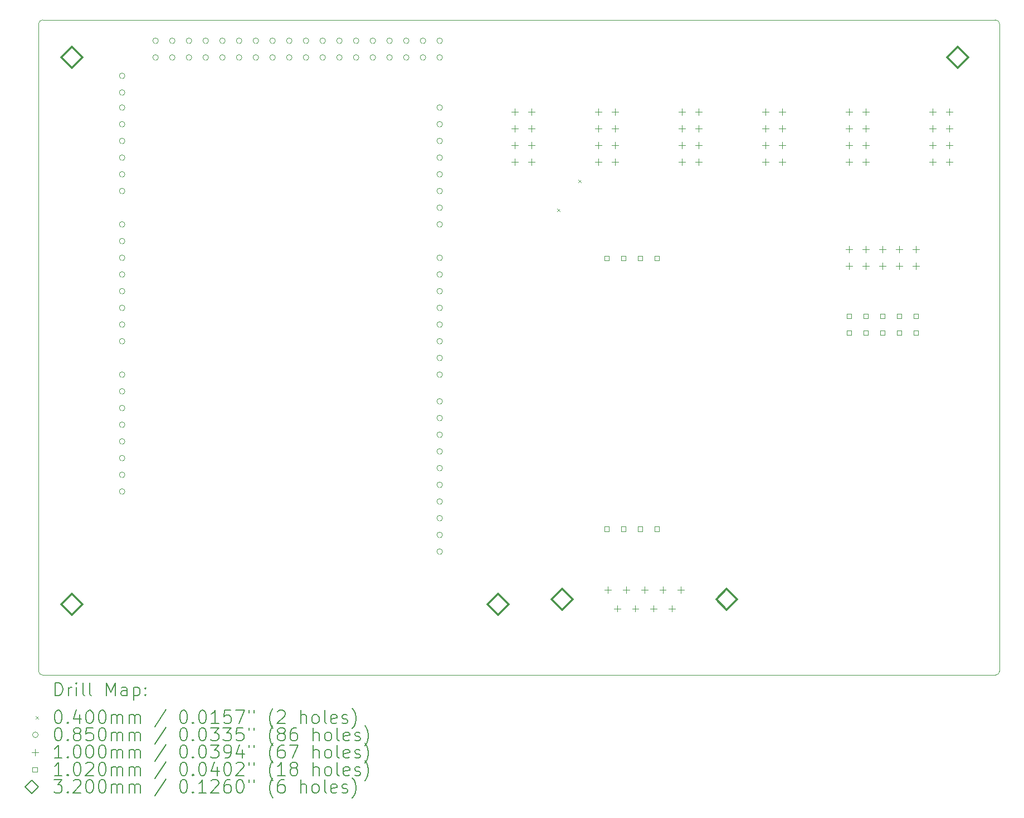
<source format=gbr>
%TF.GenerationSoftware,KiCad,Pcbnew,6.0.9-8da3e8f707~116~ubuntu20.04.1*%
%TF.CreationDate,2023-03-28T15:30:48+02:00*%
%TF.ProjectId,six_to_six_control,7369785f-746f-45f7-9369-785f636f6e74,rev?*%
%TF.SameCoordinates,Original*%
%TF.FileFunction,Drillmap*%
%TF.FilePolarity,Positive*%
%FSLAX45Y45*%
G04 Gerber Fmt 4.5, Leading zero omitted, Abs format (unit mm)*
G04 Created by KiCad (PCBNEW 6.0.9-8da3e8f707~116~ubuntu20.04.1) date 2023-03-28 15:30:48*
%MOMM*%
%LPD*%
G01*
G04 APERTURE LIST*
%ADD10C,0.100000*%
%ADD11C,0.200000*%
%ADD12C,0.040000*%
%ADD13C,0.085000*%
%ADD14C,0.102000*%
%ADD15C,0.320000*%
G04 APERTURE END LIST*
D10*
X7683500Y-13906500D02*
X22161500Y-13906500D01*
X7620000Y-4000500D02*
X7620000Y-13843000D01*
X22161500Y-3937000D02*
X7683500Y-3937000D01*
X22225000Y-13843000D02*
X22225000Y-4000500D01*
X22161500Y-13906500D02*
G75*
G03*
X22225000Y-13843000I0J63500D01*
G01*
X7620000Y-13843000D02*
G75*
G03*
X7683500Y-13906500I63500J0D01*
G01*
X7683500Y-3937000D02*
G75*
G03*
X7620000Y-4000500I0J-63500D01*
G01*
X22225000Y-4000500D02*
G75*
G03*
X22161500Y-3937000I-63500J0D01*
G01*
D11*
D12*
X15502540Y-6808690D02*
X15542540Y-6848690D01*
X15542540Y-6808690D02*
X15502540Y-6848690D01*
X15825540Y-6369690D02*
X15865540Y-6409690D01*
X15865540Y-6369690D02*
X15825540Y-6409690D01*
D13*
X8932500Y-4787900D02*
G75*
G03*
X8932500Y-4787900I-42500J0D01*
G01*
X8932500Y-5041900D02*
G75*
G03*
X8932500Y-5041900I-42500J0D01*
G01*
X8932500Y-5270500D02*
G75*
G03*
X8932500Y-5270500I-42500J0D01*
G01*
X8932500Y-5524500D02*
G75*
G03*
X8932500Y-5524500I-42500J0D01*
G01*
X8932500Y-5778500D02*
G75*
G03*
X8932500Y-5778500I-42500J0D01*
G01*
X8932500Y-6032500D02*
G75*
G03*
X8932500Y-6032500I-42500J0D01*
G01*
X8932500Y-6286500D02*
G75*
G03*
X8932500Y-6286500I-42500J0D01*
G01*
X8932500Y-6540500D02*
G75*
G03*
X8932500Y-6540500I-42500J0D01*
G01*
X8932500Y-7048500D02*
G75*
G03*
X8932500Y-7048500I-42500J0D01*
G01*
X8932500Y-7302500D02*
G75*
G03*
X8932500Y-7302500I-42500J0D01*
G01*
X8932500Y-7556500D02*
G75*
G03*
X8932500Y-7556500I-42500J0D01*
G01*
X8932500Y-7810500D02*
G75*
G03*
X8932500Y-7810500I-42500J0D01*
G01*
X8932500Y-8064500D02*
G75*
G03*
X8932500Y-8064500I-42500J0D01*
G01*
X8932500Y-8318500D02*
G75*
G03*
X8932500Y-8318500I-42500J0D01*
G01*
X8932500Y-8572500D02*
G75*
G03*
X8932500Y-8572500I-42500J0D01*
G01*
X8932500Y-8826500D02*
G75*
G03*
X8932500Y-8826500I-42500J0D01*
G01*
X8932500Y-9334500D02*
G75*
G03*
X8932500Y-9334500I-42500J0D01*
G01*
X8932500Y-9588500D02*
G75*
G03*
X8932500Y-9588500I-42500J0D01*
G01*
X8932500Y-9842500D02*
G75*
G03*
X8932500Y-9842500I-42500J0D01*
G01*
X8932500Y-10096500D02*
G75*
G03*
X8932500Y-10096500I-42500J0D01*
G01*
X8932500Y-10350500D02*
G75*
G03*
X8932500Y-10350500I-42500J0D01*
G01*
X8932500Y-10604500D02*
G75*
G03*
X8932500Y-10604500I-42500J0D01*
G01*
X8932500Y-10858500D02*
G75*
G03*
X8932500Y-10858500I-42500J0D01*
G01*
X8932500Y-11112500D02*
G75*
G03*
X8932500Y-11112500I-42500J0D01*
G01*
X9440500Y-4254500D02*
G75*
G03*
X9440500Y-4254500I-42500J0D01*
G01*
X9440500Y-4508500D02*
G75*
G03*
X9440500Y-4508500I-42500J0D01*
G01*
X9694500Y-4254500D02*
G75*
G03*
X9694500Y-4254500I-42500J0D01*
G01*
X9694500Y-4508500D02*
G75*
G03*
X9694500Y-4508500I-42500J0D01*
G01*
X9948500Y-4254500D02*
G75*
G03*
X9948500Y-4254500I-42500J0D01*
G01*
X9948500Y-4508500D02*
G75*
G03*
X9948500Y-4508500I-42500J0D01*
G01*
X10202500Y-4254500D02*
G75*
G03*
X10202500Y-4254500I-42500J0D01*
G01*
X10202500Y-4508500D02*
G75*
G03*
X10202500Y-4508500I-42500J0D01*
G01*
X10456500Y-4254500D02*
G75*
G03*
X10456500Y-4254500I-42500J0D01*
G01*
X10456500Y-4508500D02*
G75*
G03*
X10456500Y-4508500I-42500J0D01*
G01*
X10710500Y-4254500D02*
G75*
G03*
X10710500Y-4254500I-42500J0D01*
G01*
X10710500Y-4508500D02*
G75*
G03*
X10710500Y-4508500I-42500J0D01*
G01*
X10964500Y-4254500D02*
G75*
G03*
X10964500Y-4254500I-42500J0D01*
G01*
X10964500Y-4508500D02*
G75*
G03*
X10964500Y-4508500I-42500J0D01*
G01*
X11218500Y-4254500D02*
G75*
G03*
X11218500Y-4254500I-42500J0D01*
G01*
X11218500Y-4508500D02*
G75*
G03*
X11218500Y-4508500I-42500J0D01*
G01*
X11472500Y-4254500D02*
G75*
G03*
X11472500Y-4254500I-42500J0D01*
G01*
X11472500Y-4508500D02*
G75*
G03*
X11472500Y-4508500I-42500J0D01*
G01*
X11726500Y-4254500D02*
G75*
G03*
X11726500Y-4254500I-42500J0D01*
G01*
X11726500Y-4508500D02*
G75*
G03*
X11726500Y-4508500I-42500J0D01*
G01*
X11980500Y-4254500D02*
G75*
G03*
X11980500Y-4254500I-42500J0D01*
G01*
X11980500Y-4508500D02*
G75*
G03*
X11980500Y-4508500I-42500J0D01*
G01*
X12234500Y-4254500D02*
G75*
G03*
X12234500Y-4254500I-42500J0D01*
G01*
X12234500Y-4508500D02*
G75*
G03*
X12234500Y-4508500I-42500J0D01*
G01*
X12488500Y-4254500D02*
G75*
G03*
X12488500Y-4254500I-42500J0D01*
G01*
X12488500Y-4508500D02*
G75*
G03*
X12488500Y-4508500I-42500J0D01*
G01*
X12742500Y-4254500D02*
G75*
G03*
X12742500Y-4254500I-42500J0D01*
G01*
X12742500Y-4508500D02*
G75*
G03*
X12742500Y-4508500I-42500J0D01*
G01*
X12996500Y-4254500D02*
G75*
G03*
X12996500Y-4254500I-42500J0D01*
G01*
X12996500Y-4508500D02*
G75*
G03*
X12996500Y-4508500I-42500J0D01*
G01*
X13250500Y-4254500D02*
G75*
G03*
X13250500Y-4254500I-42500J0D01*
G01*
X13250500Y-4508500D02*
G75*
G03*
X13250500Y-4508500I-42500J0D01*
G01*
X13504500Y-4254500D02*
G75*
G03*
X13504500Y-4254500I-42500J0D01*
G01*
X13504500Y-4508500D02*
G75*
G03*
X13504500Y-4508500I-42500J0D01*
G01*
X13758500Y-4254500D02*
G75*
G03*
X13758500Y-4254500I-42500J0D01*
G01*
X13758500Y-4508500D02*
G75*
G03*
X13758500Y-4508500I-42500J0D01*
G01*
X13758500Y-5270500D02*
G75*
G03*
X13758500Y-5270500I-42500J0D01*
G01*
X13758500Y-5524500D02*
G75*
G03*
X13758500Y-5524500I-42500J0D01*
G01*
X13758500Y-5778500D02*
G75*
G03*
X13758500Y-5778500I-42500J0D01*
G01*
X13758500Y-6032500D02*
G75*
G03*
X13758500Y-6032500I-42500J0D01*
G01*
X13758500Y-6286500D02*
G75*
G03*
X13758500Y-6286500I-42500J0D01*
G01*
X13758500Y-6540500D02*
G75*
G03*
X13758500Y-6540500I-42500J0D01*
G01*
X13758500Y-6794500D02*
G75*
G03*
X13758500Y-6794500I-42500J0D01*
G01*
X13758500Y-7048500D02*
G75*
G03*
X13758500Y-7048500I-42500J0D01*
G01*
X13758500Y-7556500D02*
G75*
G03*
X13758500Y-7556500I-42500J0D01*
G01*
X13758500Y-7810500D02*
G75*
G03*
X13758500Y-7810500I-42500J0D01*
G01*
X13758500Y-8064500D02*
G75*
G03*
X13758500Y-8064500I-42500J0D01*
G01*
X13758500Y-8318500D02*
G75*
G03*
X13758500Y-8318500I-42500J0D01*
G01*
X13758500Y-8572500D02*
G75*
G03*
X13758500Y-8572500I-42500J0D01*
G01*
X13758500Y-8826500D02*
G75*
G03*
X13758500Y-8826500I-42500J0D01*
G01*
X13758500Y-9080500D02*
G75*
G03*
X13758500Y-9080500I-42500J0D01*
G01*
X13758500Y-9334500D02*
G75*
G03*
X13758500Y-9334500I-42500J0D01*
G01*
X13758500Y-9740900D02*
G75*
G03*
X13758500Y-9740900I-42500J0D01*
G01*
X13758500Y-9994900D02*
G75*
G03*
X13758500Y-9994900I-42500J0D01*
G01*
X13758500Y-10248900D02*
G75*
G03*
X13758500Y-10248900I-42500J0D01*
G01*
X13758500Y-10502900D02*
G75*
G03*
X13758500Y-10502900I-42500J0D01*
G01*
X13758500Y-10756900D02*
G75*
G03*
X13758500Y-10756900I-42500J0D01*
G01*
X13758500Y-11010900D02*
G75*
G03*
X13758500Y-11010900I-42500J0D01*
G01*
X13758500Y-11264900D02*
G75*
G03*
X13758500Y-11264900I-42500J0D01*
G01*
X13758500Y-11518900D02*
G75*
G03*
X13758500Y-11518900I-42500J0D01*
G01*
X13758500Y-11772900D02*
G75*
G03*
X13758500Y-11772900I-42500J0D01*
G01*
X13758500Y-12026900D02*
G75*
G03*
X13758500Y-12026900I-42500J0D01*
G01*
D10*
X14859000Y-5284000D02*
X14859000Y-5384000D01*
X14809000Y-5334000D02*
X14909000Y-5334000D01*
X14859000Y-5538000D02*
X14859000Y-5638000D01*
X14809000Y-5588000D02*
X14909000Y-5588000D01*
X14859000Y-5792000D02*
X14859000Y-5892000D01*
X14809000Y-5842000D02*
X14909000Y-5842000D01*
X14859000Y-6046000D02*
X14859000Y-6146000D01*
X14809000Y-6096000D02*
X14909000Y-6096000D01*
X15113000Y-5284000D02*
X15113000Y-5384000D01*
X15063000Y-5334000D02*
X15163000Y-5334000D01*
X15113000Y-5538000D02*
X15113000Y-5638000D01*
X15063000Y-5588000D02*
X15163000Y-5588000D01*
X15113000Y-5792000D02*
X15113000Y-5892000D01*
X15063000Y-5842000D02*
X15163000Y-5842000D01*
X15113000Y-6046000D02*
X15113000Y-6146000D01*
X15063000Y-6096000D02*
X15163000Y-6096000D01*
X16129000Y-5284000D02*
X16129000Y-5384000D01*
X16079000Y-5334000D02*
X16179000Y-5334000D01*
X16129000Y-5538000D02*
X16129000Y-5638000D01*
X16079000Y-5588000D02*
X16179000Y-5588000D01*
X16129000Y-5792000D02*
X16129000Y-5892000D01*
X16079000Y-5842000D02*
X16179000Y-5842000D01*
X16129000Y-6046000D02*
X16129000Y-6146000D01*
X16079000Y-6096000D02*
X16179000Y-6096000D01*
X16274500Y-12558970D02*
X16274500Y-12658970D01*
X16224500Y-12608970D02*
X16324500Y-12608970D01*
X16383000Y-5284000D02*
X16383000Y-5384000D01*
X16333000Y-5334000D02*
X16433000Y-5334000D01*
X16383000Y-5538000D02*
X16383000Y-5638000D01*
X16333000Y-5588000D02*
X16433000Y-5588000D01*
X16383000Y-5792000D02*
X16383000Y-5892000D01*
X16333000Y-5842000D02*
X16433000Y-5842000D01*
X16383000Y-6046000D02*
X16383000Y-6146000D01*
X16333000Y-6096000D02*
X16433000Y-6096000D01*
X16413000Y-12842970D02*
X16413000Y-12942970D01*
X16363000Y-12892970D02*
X16463000Y-12892970D01*
X16551500Y-12558970D02*
X16551500Y-12658970D01*
X16501500Y-12608970D02*
X16601500Y-12608970D01*
X16690000Y-12842970D02*
X16690000Y-12942970D01*
X16640000Y-12892970D02*
X16740000Y-12892970D01*
X16828500Y-12558970D02*
X16828500Y-12658970D01*
X16778500Y-12608970D02*
X16878500Y-12608970D01*
X16967000Y-12842970D02*
X16967000Y-12942970D01*
X16917000Y-12892970D02*
X17017000Y-12892970D01*
X17105500Y-12558970D02*
X17105500Y-12658970D01*
X17055500Y-12608970D02*
X17155500Y-12608970D01*
X17244000Y-12842970D02*
X17244000Y-12942970D01*
X17194000Y-12892970D02*
X17294000Y-12892970D01*
X17382500Y-12558970D02*
X17382500Y-12658970D01*
X17332500Y-12608970D02*
X17432500Y-12608970D01*
X17399000Y-5285000D02*
X17399000Y-5385000D01*
X17349000Y-5335000D02*
X17449000Y-5335000D01*
X17399000Y-5539000D02*
X17399000Y-5639000D01*
X17349000Y-5589000D02*
X17449000Y-5589000D01*
X17399000Y-5793000D02*
X17399000Y-5893000D01*
X17349000Y-5843000D02*
X17449000Y-5843000D01*
X17399000Y-6047000D02*
X17399000Y-6147000D01*
X17349000Y-6097000D02*
X17449000Y-6097000D01*
X17653000Y-5285000D02*
X17653000Y-5385000D01*
X17603000Y-5335000D02*
X17703000Y-5335000D01*
X17653000Y-5539000D02*
X17653000Y-5639000D01*
X17603000Y-5589000D02*
X17703000Y-5589000D01*
X17653000Y-5793000D02*
X17653000Y-5893000D01*
X17603000Y-5843000D02*
X17703000Y-5843000D01*
X17653000Y-6047000D02*
X17653000Y-6147000D01*
X17603000Y-6097000D02*
X17703000Y-6097000D01*
X18669000Y-5284000D02*
X18669000Y-5384000D01*
X18619000Y-5334000D02*
X18719000Y-5334000D01*
X18669000Y-5538000D02*
X18669000Y-5638000D01*
X18619000Y-5588000D02*
X18719000Y-5588000D01*
X18669000Y-5792000D02*
X18669000Y-5892000D01*
X18619000Y-5842000D02*
X18719000Y-5842000D01*
X18669000Y-6046000D02*
X18669000Y-6146000D01*
X18619000Y-6096000D02*
X18719000Y-6096000D01*
X18923000Y-5284000D02*
X18923000Y-5384000D01*
X18873000Y-5334000D02*
X18973000Y-5334000D01*
X18923000Y-5538000D02*
X18923000Y-5638000D01*
X18873000Y-5588000D02*
X18973000Y-5588000D01*
X18923000Y-5792000D02*
X18923000Y-5892000D01*
X18873000Y-5842000D02*
X18973000Y-5842000D01*
X18923000Y-6046000D02*
X18923000Y-6146000D01*
X18873000Y-6096000D02*
X18973000Y-6096000D01*
X19939000Y-5284000D02*
X19939000Y-5384000D01*
X19889000Y-5334000D02*
X19989000Y-5334000D01*
X19939000Y-5538000D02*
X19939000Y-5638000D01*
X19889000Y-5588000D02*
X19989000Y-5588000D01*
X19939000Y-5792000D02*
X19939000Y-5892000D01*
X19889000Y-5842000D02*
X19989000Y-5842000D01*
X19939000Y-6046000D02*
X19939000Y-6146000D01*
X19889000Y-6096000D02*
X19989000Y-6096000D01*
X19939000Y-7379500D02*
X19939000Y-7479500D01*
X19889000Y-7429500D02*
X19989000Y-7429500D01*
X19939000Y-7633500D02*
X19939000Y-7733500D01*
X19889000Y-7683500D02*
X19989000Y-7683500D01*
X20193000Y-5284000D02*
X20193000Y-5384000D01*
X20143000Y-5334000D02*
X20243000Y-5334000D01*
X20193000Y-5538000D02*
X20193000Y-5638000D01*
X20143000Y-5588000D02*
X20243000Y-5588000D01*
X20193000Y-5792000D02*
X20193000Y-5892000D01*
X20143000Y-5842000D02*
X20243000Y-5842000D01*
X20193000Y-6046000D02*
X20193000Y-6146000D01*
X20143000Y-6096000D02*
X20243000Y-6096000D01*
X20193000Y-7379500D02*
X20193000Y-7479500D01*
X20143000Y-7429500D02*
X20243000Y-7429500D01*
X20193000Y-7633500D02*
X20193000Y-7733500D01*
X20143000Y-7683500D02*
X20243000Y-7683500D01*
X20447000Y-7379500D02*
X20447000Y-7479500D01*
X20397000Y-7429500D02*
X20497000Y-7429500D01*
X20447000Y-7633500D02*
X20447000Y-7733500D01*
X20397000Y-7683500D02*
X20497000Y-7683500D01*
X20701000Y-7379500D02*
X20701000Y-7479500D01*
X20651000Y-7429500D02*
X20751000Y-7429500D01*
X20701000Y-7633500D02*
X20701000Y-7733500D01*
X20651000Y-7683500D02*
X20751000Y-7683500D01*
X20955000Y-7379500D02*
X20955000Y-7479500D01*
X20905000Y-7429500D02*
X21005000Y-7429500D01*
X20955000Y-7633500D02*
X20955000Y-7733500D01*
X20905000Y-7683500D02*
X21005000Y-7683500D01*
X21209000Y-5284000D02*
X21209000Y-5384000D01*
X21159000Y-5334000D02*
X21259000Y-5334000D01*
X21209000Y-5538000D02*
X21209000Y-5638000D01*
X21159000Y-5588000D02*
X21259000Y-5588000D01*
X21209000Y-5792000D02*
X21209000Y-5892000D01*
X21159000Y-5842000D02*
X21259000Y-5842000D01*
X21209000Y-6046000D02*
X21209000Y-6146000D01*
X21159000Y-6096000D02*
X21259000Y-6096000D01*
X21463000Y-5284000D02*
X21463000Y-5384000D01*
X21413000Y-5334000D02*
X21513000Y-5334000D01*
X21463000Y-5538000D02*
X21463000Y-5638000D01*
X21413000Y-5588000D02*
X21513000Y-5588000D01*
X21463000Y-5792000D02*
X21463000Y-5892000D01*
X21413000Y-5842000D02*
X21513000Y-5842000D01*
X21463000Y-6046000D02*
X21463000Y-6146000D01*
X21413000Y-6096000D02*
X21513000Y-6096000D01*
D14*
X16292063Y-7598213D02*
X16292063Y-7526087D01*
X16219937Y-7526087D01*
X16219937Y-7598213D01*
X16292063Y-7598213D01*
X16292063Y-11720213D02*
X16292063Y-11648087D01*
X16219937Y-11648087D01*
X16219937Y-11720213D01*
X16292063Y-11720213D01*
X16546063Y-7598213D02*
X16546063Y-7526087D01*
X16473937Y-7526087D01*
X16473937Y-7598213D01*
X16546063Y-7598213D01*
X16546063Y-11720213D02*
X16546063Y-11648087D01*
X16473937Y-11648087D01*
X16473937Y-11720213D01*
X16546063Y-11720213D01*
X16800063Y-7598213D02*
X16800063Y-7526087D01*
X16727937Y-7526087D01*
X16727937Y-7598213D01*
X16800063Y-7598213D01*
X16800063Y-11720213D02*
X16800063Y-11648087D01*
X16727937Y-11648087D01*
X16727937Y-11720213D01*
X16800063Y-11720213D01*
X17054063Y-7598213D02*
X17054063Y-7526087D01*
X16981937Y-7526087D01*
X16981937Y-7598213D01*
X17054063Y-7598213D01*
X17054063Y-11720213D02*
X17054063Y-11648087D01*
X16981937Y-11648087D01*
X16981937Y-11720213D01*
X17054063Y-11720213D01*
X19975063Y-8481563D02*
X19975063Y-8409437D01*
X19902937Y-8409437D01*
X19902937Y-8481563D01*
X19975063Y-8481563D01*
X19975063Y-8735563D02*
X19975063Y-8663437D01*
X19902937Y-8663437D01*
X19902937Y-8735563D01*
X19975063Y-8735563D01*
X20229063Y-8481563D02*
X20229063Y-8409437D01*
X20156937Y-8409437D01*
X20156937Y-8481563D01*
X20229063Y-8481563D01*
X20229063Y-8735563D02*
X20229063Y-8663437D01*
X20156937Y-8663437D01*
X20156937Y-8735563D01*
X20229063Y-8735563D01*
X20483063Y-8481563D02*
X20483063Y-8409437D01*
X20410937Y-8409437D01*
X20410937Y-8481563D01*
X20483063Y-8481563D01*
X20483063Y-8735563D02*
X20483063Y-8663437D01*
X20410937Y-8663437D01*
X20410937Y-8735563D01*
X20483063Y-8735563D01*
X20737063Y-8481563D02*
X20737063Y-8409437D01*
X20664937Y-8409437D01*
X20664937Y-8481563D01*
X20737063Y-8481563D01*
X20737063Y-8735563D02*
X20737063Y-8663437D01*
X20664937Y-8663437D01*
X20664937Y-8735563D01*
X20737063Y-8735563D01*
X20991063Y-8481563D02*
X20991063Y-8409437D01*
X20918937Y-8409437D01*
X20918937Y-8481563D01*
X20991063Y-8481563D01*
X20991063Y-8735563D02*
X20991063Y-8663437D01*
X20918937Y-8663437D01*
X20918937Y-8735563D01*
X20991063Y-8735563D01*
D15*
X8128000Y-4668500D02*
X8288000Y-4508500D01*
X8128000Y-4348500D01*
X7968000Y-4508500D01*
X8128000Y-4668500D01*
X8128000Y-12987000D02*
X8288000Y-12827000D01*
X8128000Y-12667000D01*
X7968000Y-12827000D01*
X8128000Y-12987000D01*
X14605000Y-12987000D02*
X14765000Y-12827000D01*
X14605000Y-12667000D01*
X14445000Y-12827000D01*
X14605000Y-12987000D01*
X15578500Y-12910970D02*
X15738500Y-12750970D01*
X15578500Y-12590970D01*
X15418500Y-12750970D01*
X15578500Y-12910970D01*
X18078500Y-12910970D02*
X18238500Y-12750970D01*
X18078500Y-12590970D01*
X17918500Y-12750970D01*
X18078500Y-12910970D01*
X21590000Y-4668500D02*
X21750000Y-4508500D01*
X21590000Y-4348500D01*
X21430000Y-4508500D01*
X21590000Y-4668500D01*
D11*
X7872619Y-14221976D02*
X7872619Y-14021976D01*
X7920238Y-14021976D01*
X7948809Y-14031500D01*
X7967857Y-14050548D01*
X7977381Y-14069595D01*
X7986905Y-14107690D01*
X7986905Y-14136262D01*
X7977381Y-14174357D01*
X7967857Y-14193405D01*
X7948809Y-14212452D01*
X7920238Y-14221976D01*
X7872619Y-14221976D01*
X8072619Y-14221976D02*
X8072619Y-14088643D01*
X8072619Y-14126738D02*
X8082143Y-14107690D01*
X8091667Y-14098167D01*
X8110714Y-14088643D01*
X8129762Y-14088643D01*
X8196428Y-14221976D02*
X8196428Y-14088643D01*
X8196428Y-14021976D02*
X8186905Y-14031500D01*
X8196428Y-14041024D01*
X8205952Y-14031500D01*
X8196428Y-14021976D01*
X8196428Y-14041024D01*
X8320238Y-14221976D02*
X8301190Y-14212452D01*
X8291667Y-14193405D01*
X8291667Y-14021976D01*
X8425000Y-14221976D02*
X8405952Y-14212452D01*
X8396429Y-14193405D01*
X8396429Y-14021976D01*
X8653571Y-14221976D02*
X8653571Y-14021976D01*
X8720238Y-14164833D01*
X8786905Y-14021976D01*
X8786905Y-14221976D01*
X8967857Y-14221976D02*
X8967857Y-14117214D01*
X8958333Y-14098167D01*
X8939286Y-14088643D01*
X8901190Y-14088643D01*
X8882143Y-14098167D01*
X8967857Y-14212452D02*
X8948810Y-14221976D01*
X8901190Y-14221976D01*
X8882143Y-14212452D01*
X8872619Y-14193405D01*
X8872619Y-14174357D01*
X8882143Y-14155309D01*
X8901190Y-14145786D01*
X8948810Y-14145786D01*
X8967857Y-14136262D01*
X9063095Y-14088643D02*
X9063095Y-14288643D01*
X9063095Y-14098167D02*
X9082143Y-14088643D01*
X9120238Y-14088643D01*
X9139286Y-14098167D01*
X9148810Y-14107690D01*
X9158333Y-14126738D01*
X9158333Y-14183881D01*
X9148810Y-14202928D01*
X9139286Y-14212452D01*
X9120238Y-14221976D01*
X9082143Y-14221976D01*
X9063095Y-14212452D01*
X9244048Y-14202928D02*
X9253571Y-14212452D01*
X9244048Y-14221976D01*
X9234524Y-14212452D01*
X9244048Y-14202928D01*
X9244048Y-14221976D01*
X9244048Y-14098167D02*
X9253571Y-14107690D01*
X9244048Y-14117214D01*
X9234524Y-14107690D01*
X9244048Y-14098167D01*
X9244048Y-14117214D01*
D12*
X7575000Y-14531500D02*
X7615000Y-14571500D01*
X7615000Y-14531500D02*
X7575000Y-14571500D01*
D11*
X7910714Y-14441976D02*
X7929762Y-14441976D01*
X7948809Y-14451500D01*
X7958333Y-14461024D01*
X7967857Y-14480071D01*
X7977381Y-14518167D01*
X7977381Y-14565786D01*
X7967857Y-14603881D01*
X7958333Y-14622928D01*
X7948809Y-14632452D01*
X7929762Y-14641976D01*
X7910714Y-14641976D01*
X7891667Y-14632452D01*
X7882143Y-14622928D01*
X7872619Y-14603881D01*
X7863095Y-14565786D01*
X7863095Y-14518167D01*
X7872619Y-14480071D01*
X7882143Y-14461024D01*
X7891667Y-14451500D01*
X7910714Y-14441976D01*
X8063095Y-14622928D02*
X8072619Y-14632452D01*
X8063095Y-14641976D01*
X8053571Y-14632452D01*
X8063095Y-14622928D01*
X8063095Y-14641976D01*
X8244048Y-14508643D02*
X8244048Y-14641976D01*
X8196428Y-14432452D02*
X8148809Y-14575309D01*
X8272619Y-14575309D01*
X8386905Y-14441976D02*
X8405952Y-14441976D01*
X8425000Y-14451500D01*
X8434524Y-14461024D01*
X8444048Y-14480071D01*
X8453571Y-14518167D01*
X8453571Y-14565786D01*
X8444048Y-14603881D01*
X8434524Y-14622928D01*
X8425000Y-14632452D01*
X8405952Y-14641976D01*
X8386905Y-14641976D01*
X8367857Y-14632452D01*
X8358333Y-14622928D01*
X8348809Y-14603881D01*
X8339286Y-14565786D01*
X8339286Y-14518167D01*
X8348809Y-14480071D01*
X8358333Y-14461024D01*
X8367857Y-14451500D01*
X8386905Y-14441976D01*
X8577381Y-14441976D02*
X8596429Y-14441976D01*
X8615476Y-14451500D01*
X8625000Y-14461024D01*
X8634524Y-14480071D01*
X8644048Y-14518167D01*
X8644048Y-14565786D01*
X8634524Y-14603881D01*
X8625000Y-14622928D01*
X8615476Y-14632452D01*
X8596429Y-14641976D01*
X8577381Y-14641976D01*
X8558333Y-14632452D01*
X8548810Y-14622928D01*
X8539286Y-14603881D01*
X8529762Y-14565786D01*
X8529762Y-14518167D01*
X8539286Y-14480071D01*
X8548810Y-14461024D01*
X8558333Y-14451500D01*
X8577381Y-14441976D01*
X8729762Y-14641976D02*
X8729762Y-14508643D01*
X8729762Y-14527690D02*
X8739286Y-14518167D01*
X8758333Y-14508643D01*
X8786905Y-14508643D01*
X8805952Y-14518167D01*
X8815476Y-14537214D01*
X8815476Y-14641976D01*
X8815476Y-14537214D02*
X8825000Y-14518167D01*
X8844048Y-14508643D01*
X8872619Y-14508643D01*
X8891667Y-14518167D01*
X8901190Y-14537214D01*
X8901190Y-14641976D01*
X8996429Y-14641976D02*
X8996429Y-14508643D01*
X8996429Y-14527690D02*
X9005952Y-14518167D01*
X9025000Y-14508643D01*
X9053571Y-14508643D01*
X9072619Y-14518167D01*
X9082143Y-14537214D01*
X9082143Y-14641976D01*
X9082143Y-14537214D02*
X9091667Y-14518167D01*
X9110714Y-14508643D01*
X9139286Y-14508643D01*
X9158333Y-14518167D01*
X9167857Y-14537214D01*
X9167857Y-14641976D01*
X9558333Y-14432452D02*
X9386905Y-14689595D01*
X9815476Y-14441976D02*
X9834524Y-14441976D01*
X9853571Y-14451500D01*
X9863095Y-14461024D01*
X9872619Y-14480071D01*
X9882143Y-14518167D01*
X9882143Y-14565786D01*
X9872619Y-14603881D01*
X9863095Y-14622928D01*
X9853571Y-14632452D01*
X9834524Y-14641976D01*
X9815476Y-14641976D01*
X9796429Y-14632452D01*
X9786905Y-14622928D01*
X9777381Y-14603881D01*
X9767857Y-14565786D01*
X9767857Y-14518167D01*
X9777381Y-14480071D01*
X9786905Y-14461024D01*
X9796429Y-14451500D01*
X9815476Y-14441976D01*
X9967857Y-14622928D02*
X9977381Y-14632452D01*
X9967857Y-14641976D01*
X9958333Y-14632452D01*
X9967857Y-14622928D01*
X9967857Y-14641976D01*
X10101190Y-14441976D02*
X10120238Y-14441976D01*
X10139286Y-14451500D01*
X10148810Y-14461024D01*
X10158333Y-14480071D01*
X10167857Y-14518167D01*
X10167857Y-14565786D01*
X10158333Y-14603881D01*
X10148810Y-14622928D01*
X10139286Y-14632452D01*
X10120238Y-14641976D01*
X10101190Y-14641976D01*
X10082143Y-14632452D01*
X10072619Y-14622928D01*
X10063095Y-14603881D01*
X10053571Y-14565786D01*
X10053571Y-14518167D01*
X10063095Y-14480071D01*
X10072619Y-14461024D01*
X10082143Y-14451500D01*
X10101190Y-14441976D01*
X10358333Y-14641976D02*
X10244048Y-14641976D01*
X10301190Y-14641976D02*
X10301190Y-14441976D01*
X10282143Y-14470548D01*
X10263095Y-14489595D01*
X10244048Y-14499119D01*
X10539286Y-14441976D02*
X10444048Y-14441976D01*
X10434524Y-14537214D01*
X10444048Y-14527690D01*
X10463095Y-14518167D01*
X10510714Y-14518167D01*
X10529762Y-14527690D01*
X10539286Y-14537214D01*
X10548810Y-14556262D01*
X10548810Y-14603881D01*
X10539286Y-14622928D01*
X10529762Y-14632452D01*
X10510714Y-14641976D01*
X10463095Y-14641976D01*
X10444048Y-14632452D01*
X10434524Y-14622928D01*
X10615476Y-14441976D02*
X10748810Y-14441976D01*
X10663095Y-14641976D01*
X10815476Y-14441976D02*
X10815476Y-14480071D01*
X10891667Y-14441976D02*
X10891667Y-14480071D01*
X11186905Y-14718167D02*
X11177381Y-14708643D01*
X11158333Y-14680071D01*
X11148810Y-14661024D01*
X11139286Y-14632452D01*
X11129762Y-14584833D01*
X11129762Y-14546738D01*
X11139286Y-14499119D01*
X11148810Y-14470548D01*
X11158333Y-14451500D01*
X11177381Y-14422928D01*
X11186905Y-14413405D01*
X11253571Y-14461024D02*
X11263095Y-14451500D01*
X11282143Y-14441976D01*
X11329762Y-14441976D01*
X11348809Y-14451500D01*
X11358333Y-14461024D01*
X11367857Y-14480071D01*
X11367857Y-14499119D01*
X11358333Y-14527690D01*
X11244048Y-14641976D01*
X11367857Y-14641976D01*
X11605952Y-14641976D02*
X11605952Y-14441976D01*
X11691667Y-14641976D02*
X11691667Y-14537214D01*
X11682143Y-14518167D01*
X11663095Y-14508643D01*
X11634524Y-14508643D01*
X11615476Y-14518167D01*
X11605952Y-14527690D01*
X11815476Y-14641976D02*
X11796428Y-14632452D01*
X11786905Y-14622928D01*
X11777381Y-14603881D01*
X11777381Y-14546738D01*
X11786905Y-14527690D01*
X11796428Y-14518167D01*
X11815476Y-14508643D01*
X11844048Y-14508643D01*
X11863095Y-14518167D01*
X11872619Y-14527690D01*
X11882143Y-14546738D01*
X11882143Y-14603881D01*
X11872619Y-14622928D01*
X11863095Y-14632452D01*
X11844048Y-14641976D01*
X11815476Y-14641976D01*
X11996428Y-14641976D02*
X11977381Y-14632452D01*
X11967857Y-14613405D01*
X11967857Y-14441976D01*
X12148809Y-14632452D02*
X12129762Y-14641976D01*
X12091667Y-14641976D01*
X12072619Y-14632452D01*
X12063095Y-14613405D01*
X12063095Y-14537214D01*
X12072619Y-14518167D01*
X12091667Y-14508643D01*
X12129762Y-14508643D01*
X12148809Y-14518167D01*
X12158333Y-14537214D01*
X12158333Y-14556262D01*
X12063095Y-14575309D01*
X12234524Y-14632452D02*
X12253571Y-14641976D01*
X12291667Y-14641976D01*
X12310714Y-14632452D01*
X12320238Y-14613405D01*
X12320238Y-14603881D01*
X12310714Y-14584833D01*
X12291667Y-14575309D01*
X12263095Y-14575309D01*
X12244048Y-14565786D01*
X12234524Y-14546738D01*
X12234524Y-14537214D01*
X12244048Y-14518167D01*
X12263095Y-14508643D01*
X12291667Y-14508643D01*
X12310714Y-14518167D01*
X12386905Y-14718167D02*
X12396428Y-14708643D01*
X12415476Y-14680071D01*
X12425000Y-14661024D01*
X12434524Y-14632452D01*
X12444048Y-14584833D01*
X12444048Y-14546738D01*
X12434524Y-14499119D01*
X12425000Y-14470548D01*
X12415476Y-14451500D01*
X12396428Y-14422928D01*
X12386905Y-14413405D01*
D13*
X7615000Y-14815500D02*
G75*
G03*
X7615000Y-14815500I-42500J0D01*
G01*
D11*
X7910714Y-14705976D02*
X7929762Y-14705976D01*
X7948809Y-14715500D01*
X7958333Y-14725024D01*
X7967857Y-14744071D01*
X7977381Y-14782167D01*
X7977381Y-14829786D01*
X7967857Y-14867881D01*
X7958333Y-14886928D01*
X7948809Y-14896452D01*
X7929762Y-14905976D01*
X7910714Y-14905976D01*
X7891667Y-14896452D01*
X7882143Y-14886928D01*
X7872619Y-14867881D01*
X7863095Y-14829786D01*
X7863095Y-14782167D01*
X7872619Y-14744071D01*
X7882143Y-14725024D01*
X7891667Y-14715500D01*
X7910714Y-14705976D01*
X8063095Y-14886928D02*
X8072619Y-14896452D01*
X8063095Y-14905976D01*
X8053571Y-14896452D01*
X8063095Y-14886928D01*
X8063095Y-14905976D01*
X8186905Y-14791690D02*
X8167857Y-14782167D01*
X8158333Y-14772643D01*
X8148809Y-14753595D01*
X8148809Y-14744071D01*
X8158333Y-14725024D01*
X8167857Y-14715500D01*
X8186905Y-14705976D01*
X8225000Y-14705976D01*
X8244048Y-14715500D01*
X8253571Y-14725024D01*
X8263095Y-14744071D01*
X8263095Y-14753595D01*
X8253571Y-14772643D01*
X8244048Y-14782167D01*
X8225000Y-14791690D01*
X8186905Y-14791690D01*
X8167857Y-14801214D01*
X8158333Y-14810738D01*
X8148809Y-14829786D01*
X8148809Y-14867881D01*
X8158333Y-14886928D01*
X8167857Y-14896452D01*
X8186905Y-14905976D01*
X8225000Y-14905976D01*
X8244048Y-14896452D01*
X8253571Y-14886928D01*
X8263095Y-14867881D01*
X8263095Y-14829786D01*
X8253571Y-14810738D01*
X8244048Y-14801214D01*
X8225000Y-14791690D01*
X8444048Y-14705976D02*
X8348809Y-14705976D01*
X8339286Y-14801214D01*
X8348809Y-14791690D01*
X8367857Y-14782167D01*
X8415476Y-14782167D01*
X8434524Y-14791690D01*
X8444048Y-14801214D01*
X8453571Y-14820262D01*
X8453571Y-14867881D01*
X8444048Y-14886928D01*
X8434524Y-14896452D01*
X8415476Y-14905976D01*
X8367857Y-14905976D01*
X8348809Y-14896452D01*
X8339286Y-14886928D01*
X8577381Y-14705976D02*
X8596429Y-14705976D01*
X8615476Y-14715500D01*
X8625000Y-14725024D01*
X8634524Y-14744071D01*
X8644048Y-14782167D01*
X8644048Y-14829786D01*
X8634524Y-14867881D01*
X8625000Y-14886928D01*
X8615476Y-14896452D01*
X8596429Y-14905976D01*
X8577381Y-14905976D01*
X8558333Y-14896452D01*
X8548810Y-14886928D01*
X8539286Y-14867881D01*
X8529762Y-14829786D01*
X8529762Y-14782167D01*
X8539286Y-14744071D01*
X8548810Y-14725024D01*
X8558333Y-14715500D01*
X8577381Y-14705976D01*
X8729762Y-14905976D02*
X8729762Y-14772643D01*
X8729762Y-14791690D02*
X8739286Y-14782167D01*
X8758333Y-14772643D01*
X8786905Y-14772643D01*
X8805952Y-14782167D01*
X8815476Y-14801214D01*
X8815476Y-14905976D01*
X8815476Y-14801214D02*
X8825000Y-14782167D01*
X8844048Y-14772643D01*
X8872619Y-14772643D01*
X8891667Y-14782167D01*
X8901190Y-14801214D01*
X8901190Y-14905976D01*
X8996429Y-14905976D02*
X8996429Y-14772643D01*
X8996429Y-14791690D02*
X9005952Y-14782167D01*
X9025000Y-14772643D01*
X9053571Y-14772643D01*
X9072619Y-14782167D01*
X9082143Y-14801214D01*
X9082143Y-14905976D01*
X9082143Y-14801214D02*
X9091667Y-14782167D01*
X9110714Y-14772643D01*
X9139286Y-14772643D01*
X9158333Y-14782167D01*
X9167857Y-14801214D01*
X9167857Y-14905976D01*
X9558333Y-14696452D02*
X9386905Y-14953595D01*
X9815476Y-14705976D02*
X9834524Y-14705976D01*
X9853571Y-14715500D01*
X9863095Y-14725024D01*
X9872619Y-14744071D01*
X9882143Y-14782167D01*
X9882143Y-14829786D01*
X9872619Y-14867881D01*
X9863095Y-14886928D01*
X9853571Y-14896452D01*
X9834524Y-14905976D01*
X9815476Y-14905976D01*
X9796429Y-14896452D01*
X9786905Y-14886928D01*
X9777381Y-14867881D01*
X9767857Y-14829786D01*
X9767857Y-14782167D01*
X9777381Y-14744071D01*
X9786905Y-14725024D01*
X9796429Y-14715500D01*
X9815476Y-14705976D01*
X9967857Y-14886928D02*
X9977381Y-14896452D01*
X9967857Y-14905976D01*
X9958333Y-14896452D01*
X9967857Y-14886928D01*
X9967857Y-14905976D01*
X10101190Y-14705976D02*
X10120238Y-14705976D01*
X10139286Y-14715500D01*
X10148810Y-14725024D01*
X10158333Y-14744071D01*
X10167857Y-14782167D01*
X10167857Y-14829786D01*
X10158333Y-14867881D01*
X10148810Y-14886928D01*
X10139286Y-14896452D01*
X10120238Y-14905976D01*
X10101190Y-14905976D01*
X10082143Y-14896452D01*
X10072619Y-14886928D01*
X10063095Y-14867881D01*
X10053571Y-14829786D01*
X10053571Y-14782167D01*
X10063095Y-14744071D01*
X10072619Y-14725024D01*
X10082143Y-14715500D01*
X10101190Y-14705976D01*
X10234524Y-14705976D02*
X10358333Y-14705976D01*
X10291667Y-14782167D01*
X10320238Y-14782167D01*
X10339286Y-14791690D01*
X10348810Y-14801214D01*
X10358333Y-14820262D01*
X10358333Y-14867881D01*
X10348810Y-14886928D01*
X10339286Y-14896452D01*
X10320238Y-14905976D01*
X10263095Y-14905976D01*
X10244048Y-14896452D01*
X10234524Y-14886928D01*
X10425000Y-14705976D02*
X10548810Y-14705976D01*
X10482143Y-14782167D01*
X10510714Y-14782167D01*
X10529762Y-14791690D01*
X10539286Y-14801214D01*
X10548810Y-14820262D01*
X10548810Y-14867881D01*
X10539286Y-14886928D01*
X10529762Y-14896452D01*
X10510714Y-14905976D01*
X10453571Y-14905976D01*
X10434524Y-14896452D01*
X10425000Y-14886928D01*
X10729762Y-14705976D02*
X10634524Y-14705976D01*
X10625000Y-14801214D01*
X10634524Y-14791690D01*
X10653571Y-14782167D01*
X10701190Y-14782167D01*
X10720238Y-14791690D01*
X10729762Y-14801214D01*
X10739286Y-14820262D01*
X10739286Y-14867881D01*
X10729762Y-14886928D01*
X10720238Y-14896452D01*
X10701190Y-14905976D01*
X10653571Y-14905976D01*
X10634524Y-14896452D01*
X10625000Y-14886928D01*
X10815476Y-14705976D02*
X10815476Y-14744071D01*
X10891667Y-14705976D02*
X10891667Y-14744071D01*
X11186905Y-14982167D02*
X11177381Y-14972643D01*
X11158333Y-14944071D01*
X11148810Y-14925024D01*
X11139286Y-14896452D01*
X11129762Y-14848833D01*
X11129762Y-14810738D01*
X11139286Y-14763119D01*
X11148810Y-14734548D01*
X11158333Y-14715500D01*
X11177381Y-14686928D01*
X11186905Y-14677405D01*
X11291667Y-14791690D02*
X11272619Y-14782167D01*
X11263095Y-14772643D01*
X11253571Y-14753595D01*
X11253571Y-14744071D01*
X11263095Y-14725024D01*
X11272619Y-14715500D01*
X11291667Y-14705976D01*
X11329762Y-14705976D01*
X11348809Y-14715500D01*
X11358333Y-14725024D01*
X11367857Y-14744071D01*
X11367857Y-14753595D01*
X11358333Y-14772643D01*
X11348809Y-14782167D01*
X11329762Y-14791690D01*
X11291667Y-14791690D01*
X11272619Y-14801214D01*
X11263095Y-14810738D01*
X11253571Y-14829786D01*
X11253571Y-14867881D01*
X11263095Y-14886928D01*
X11272619Y-14896452D01*
X11291667Y-14905976D01*
X11329762Y-14905976D01*
X11348809Y-14896452D01*
X11358333Y-14886928D01*
X11367857Y-14867881D01*
X11367857Y-14829786D01*
X11358333Y-14810738D01*
X11348809Y-14801214D01*
X11329762Y-14791690D01*
X11539286Y-14705976D02*
X11501190Y-14705976D01*
X11482143Y-14715500D01*
X11472619Y-14725024D01*
X11453571Y-14753595D01*
X11444048Y-14791690D01*
X11444048Y-14867881D01*
X11453571Y-14886928D01*
X11463095Y-14896452D01*
X11482143Y-14905976D01*
X11520238Y-14905976D01*
X11539286Y-14896452D01*
X11548809Y-14886928D01*
X11558333Y-14867881D01*
X11558333Y-14820262D01*
X11548809Y-14801214D01*
X11539286Y-14791690D01*
X11520238Y-14782167D01*
X11482143Y-14782167D01*
X11463095Y-14791690D01*
X11453571Y-14801214D01*
X11444048Y-14820262D01*
X11796428Y-14905976D02*
X11796428Y-14705976D01*
X11882143Y-14905976D02*
X11882143Y-14801214D01*
X11872619Y-14782167D01*
X11853571Y-14772643D01*
X11825000Y-14772643D01*
X11805952Y-14782167D01*
X11796428Y-14791690D01*
X12005952Y-14905976D02*
X11986905Y-14896452D01*
X11977381Y-14886928D01*
X11967857Y-14867881D01*
X11967857Y-14810738D01*
X11977381Y-14791690D01*
X11986905Y-14782167D01*
X12005952Y-14772643D01*
X12034524Y-14772643D01*
X12053571Y-14782167D01*
X12063095Y-14791690D01*
X12072619Y-14810738D01*
X12072619Y-14867881D01*
X12063095Y-14886928D01*
X12053571Y-14896452D01*
X12034524Y-14905976D01*
X12005952Y-14905976D01*
X12186905Y-14905976D02*
X12167857Y-14896452D01*
X12158333Y-14877405D01*
X12158333Y-14705976D01*
X12339286Y-14896452D02*
X12320238Y-14905976D01*
X12282143Y-14905976D01*
X12263095Y-14896452D01*
X12253571Y-14877405D01*
X12253571Y-14801214D01*
X12263095Y-14782167D01*
X12282143Y-14772643D01*
X12320238Y-14772643D01*
X12339286Y-14782167D01*
X12348809Y-14801214D01*
X12348809Y-14820262D01*
X12253571Y-14839309D01*
X12425000Y-14896452D02*
X12444048Y-14905976D01*
X12482143Y-14905976D01*
X12501190Y-14896452D01*
X12510714Y-14877405D01*
X12510714Y-14867881D01*
X12501190Y-14848833D01*
X12482143Y-14839309D01*
X12453571Y-14839309D01*
X12434524Y-14829786D01*
X12425000Y-14810738D01*
X12425000Y-14801214D01*
X12434524Y-14782167D01*
X12453571Y-14772643D01*
X12482143Y-14772643D01*
X12501190Y-14782167D01*
X12577381Y-14982167D02*
X12586905Y-14972643D01*
X12605952Y-14944071D01*
X12615476Y-14925024D01*
X12625000Y-14896452D01*
X12634524Y-14848833D01*
X12634524Y-14810738D01*
X12625000Y-14763119D01*
X12615476Y-14734548D01*
X12605952Y-14715500D01*
X12586905Y-14686928D01*
X12577381Y-14677405D01*
D10*
X7565000Y-15029500D02*
X7565000Y-15129500D01*
X7515000Y-15079500D02*
X7615000Y-15079500D01*
D11*
X7977381Y-15169976D02*
X7863095Y-15169976D01*
X7920238Y-15169976D02*
X7920238Y-14969976D01*
X7901190Y-14998548D01*
X7882143Y-15017595D01*
X7863095Y-15027119D01*
X8063095Y-15150928D02*
X8072619Y-15160452D01*
X8063095Y-15169976D01*
X8053571Y-15160452D01*
X8063095Y-15150928D01*
X8063095Y-15169976D01*
X8196428Y-14969976D02*
X8215476Y-14969976D01*
X8234524Y-14979500D01*
X8244048Y-14989024D01*
X8253571Y-15008071D01*
X8263095Y-15046167D01*
X8263095Y-15093786D01*
X8253571Y-15131881D01*
X8244048Y-15150928D01*
X8234524Y-15160452D01*
X8215476Y-15169976D01*
X8196428Y-15169976D01*
X8177381Y-15160452D01*
X8167857Y-15150928D01*
X8158333Y-15131881D01*
X8148809Y-15093786D01*
X8148809Y-15046167D01*
X8158333Y-15008071D01*
X8167857Y-14989024D01*
X8177381Y-14979500D01*
X8196428Y-14969976D01*
X8386905Y-14969976D02*
X8405952Y-14969976D01*
X8425000Y-14979500D01*
X8434524Y-14989024D01*
X8444048Y-15008071D01*
X8453571Y-15046167D01*
X8453571Y-15093786D01*
X8444048Y-15131881D01*
X8434524Y-15150928D01*
X8425000Y-15160452D01*
X8405952Y-15169976D01*
X8386905Y-15169976D01*
X8367857Y-15160452D01*
X8358333Y-15150928D01*
X8348809Y-15131881D01*
X8339286Y-15093786D01*
X8339286Y-15046167D01*
X8348809Y-15008071D01*
X8358333Y-14989024D01*
X8367857Y-14979500D01*
X8386905Y-14969976D01*
X8577381Y-14969976D02*
X8596429Y-14969976D01*
X8615476Y-14979500D01*
X8625000Y-14989024D01*
X8634524Y-15008071D01*
X8644048Y-15046167D01*
X8644048Y-15093786D01*
X8634524Y-15131881D01*
X8625000Y-15150928D01*
X8615476Y-15160452D01*
X8596429Y-15169976D01*
X8577381Y-15169976D01*
X8558333Y-15160452D01*
X8548810Y-15150928D01*
X8539286Y-15131881D01*
X8529762Y-15093786D01*
X8529762Y-15046167D01*
X8539286Y-15008071D01*
X8548810Y-14989024D01*
X8558333Y-14979500D01*
X8577381Y-14969976D01*
X8729762Y-15169976D02*
X8729762Y-15036643D01*
X8729762Y-15055690D02*
X8739286Y-15046167D01*
X8758333Y-15036643D01*
X8786905Y-15036643D01*
X8805952Y-15046167D01*
X8815476Y-15065214D01*
X8815476Y-15169976D01*
X8815476Y-15065214D02*
X8825000Y-15046167D01*
X8844048Y-15036643D01*
X8872619Y-15036643D01*
X8891667Y-15046167D01*
X8901190Y-15065214D01*
X8901190Y-15169976D01*
X8996429Y-15169976D02*
X8996429Y-15036643D01*
X8996429Y-15055690D02*
X9005952Y-15046167D01*
X9025000Y-15036643D01*
X9053571Y-15036643D01*
X9072619Y-15046167D01*
X9082143Y-15065214D01*
X9082143Y-15169976D01*
X9082143Y-15065214D02*
X9091667Y-15046167D01*
X9110714Y-15036643D01*
X9139286Y-15036643D01*
X9158333Y-15046167D01*
X9167857Y-15065214D01*
X9167857Y-15169976D01*
X9558333Y-14960452D02*
X9386905Y-15217595D01*
X9815476Y-14969976D02*
X9834524Y-14969976D01*
X9853571Y-14979500D01*
X9863095Y-14989024D01*
X9872619Y-15008071D01*
X9882143Y-15046167D01*
X9882143Y-15093786D01*
X9872619Y-15131881D01*
X9863095Y-15150928D01*
X9853571Y-15160452D01*
X9834524Y-15169976D01*
X9815476Y-15169976D01*
X9796429Y-15160452D01*
X9786905Y-15150928D01*
X9777381Y-15131881D01*
X9767857Y-15093786D01*
X9767857Y-15046167D01*
X9777381Y-15008071D01*
X9786905Y-14989024D01*
X9796429Y-14979500D01*
X9815476Y-14969976D01*
X9967857Y-15150928D02*
X9977381Y-15160452D01*
X9967857Y-15169976D01*
X9958333Y-15160452D01*
X9967857Y-15150928D01*
X9967857Y-15169976D01*
X10101190Y-14969976D02*
X10120238Y-14969976D01*
X10139286Y-14979500D01*
X10148810Y-14989024D01*
X10158333Y-15008071D01*
X10167857Y-15046167D01*
X10167857Y-15093786D01*
X10158333Y-15131881D01*
X10148810Y-15150928D01*
X10139286Y-15160452D01*
X10120238Y-15169976D01*
X10101190Y-15169976D01*
X10082143Y-15160452D01*
X10072619Y-15150928D01*
X10063095Y-15131881D01*
X10053571Y-15093786D01*
X10053571Y-15046167D01*
X10063095Y-15008071D01*
X10072619Y-14989024D01*
X10082143Y-14979500D01*
X10101190Y-14969976D01*
X10234524Y-14969976D02*
X10358333Y-14969976D01*
X10291667Y-15046167D01*
X10320238Y-15046167D01*
X10339286Y-15055690D01*
X10348810Y-15065214D01*
X10358333Y-15084262D01*
X10358333Y-15131881D01*
X10348810Y-15150928D01*
X10339286Y-15160452D01*
X10320238Y-15169976D01*
X10263095Y-15169976D01*
X10244048Y-15160452D01*
X10234524Y-15150928D01*
X10453571Y-15169976D02*
X10491667Y-15169976D01*
X10510714Y-15160452D01*
X10520238Y-15150928D01*
X10539286Y-15122357D01*
X10548810Y-15084262D01*
X10548810Y-15008071D01*
X10539286Y-14989024D01*
X10529762Y-14979500D01*
X10510714Y-14969976D01*
X10472619Y-14969976D01*
X10453571Y-14979500D01*
X10444048Y-14989024D01*
X10434524Y-15008071D01*
X10434524Y-15055690D01*
X10444048Y-15074738D01*
X10453571Y-15084262D01*
X10472619Y-15093786D01*
X10510714Y-15093786D01*
X10529762Y-15084262D01*
X10539286Y-15074738D01*
X10548810Y-15055690D01*
X10720238Y-15036643D02*
X10720238Y-15169976D01*
X10672619Y-14960452D02*
X10625000Y-15103309D01*
X10748810Y-15103309D01*
X10815476Y-14969976D02*
X10815476Y-15008071D01*
X10891667Y-14969976D02*
X10891667Y-15008071D01*
X11186905Y-15246167D02*
X11177381Y-15236643D01*
X11158333Y-15208071D01*
X11148810Y-15189024D01*
X11139286Y-15160452D01*
X11129762Y-15112833D01*
X11129762Y-15074738D01*
X11139286Y-15027119D01*
X11148810Y-14998548D01*
X11158333Y-14979500D01*
X11177381Y-14950928D01*
X11186905Y-14941405D01*
X11348809Y-14969976D02*
X11310714Y-14969976D01*
X11291667Y-14979500D01*
X11282143Y-14989024D01*
X11263095Y-15017595D01*
X11253571Y-15055690D01*
X11253571Y-15131881D01*
X11263095Y-15150928D01*
X11272619Y-15160452D01*
X11291667Y-15169976D01*
X11329762Y-15169976D01*
X11348809Y-15160452D01*
X11358333Y-15150928D01*
X11367857Y-15131881D01*
X11367857Y-15084262D01*
X11358333Y-15065214D01*
X11348809Y-15055690D01*
X11329762Y-15046167D01*
X11291667Y-15046167D01*
X11272619Y-15055690D01*
X11263095Y-15065214D01*
X11253571Y-15084262D01*
X11434524Y-14969976D02*
X11567857Y-14969976D01*
X11482143Y-15169976D01*
X11796428Y-15169976D02*
X11796428Y-14969976D01*
X11882143Y-15169976D02*
X11882143Y-15065214D01*
X11872619Y-15046167D01*
X11853571Y-15036643D01*
X11825000Y-15036643D01*
X11805952Y-15046167D01*
X11796428Y-15055690D01*
X12005952Y-15169976D02*
X11986905Y-15160452D01*
X11977381Y-15150928D01*
X11967857Y-15131881D01*
X11967857Y-15074738D01*
X11977381Y-15055690D01*
X11986905Y-15046167D01*
X12005952Y-15036643D01*
X12034524Y-15036643D01*
X12053571Y-15046167D01*
X12063095Y-15055690D01*
X12072619Y-15074738D01*
X12072619Y-15131881D01*
X12063095Y-15150928D01*
X12053571Y-15160452D01*
X12034524Y-15169976D01*
X12005952Y-15169976D01*
X12186905Y-15169976D02*
X12167857Y-15160452D01*
X12158333Y-15141405D01*
X12158333Y-14969976D01*
X12339286Y-15160452D02*
X12320238Y-15169976D01*
X12282143Y-15169976D01*
X12263095Y-15160452D01*
X12253571Y-15141405D01*
X12253571Y-15065214D01*
X12263095Y-15046167D01*
X12282143Y-15036643D01*
X12320238Y-15036643D01*
X12339286Y-15046167D01*
X12348809Y-15065214D01*
X12348809Y-15084262D01*
X12253571Y-15103309D01*
X12425000Y-15160452D02*
X12444048Y-15169976D01*
X12482143Y-15169976D01*
X12501190Y-15160452D01*
X12510714Y-15141405D01*
X12510714Y-15131881D01*
X12501190Y-15112833D01*
X12482143Y-15103309D01*
X12453571Y-15103309D01*
X12434524Y-15093786D01*
X12425000Y-15074738D01*
X12425000Y-15065214D01*
X12434524Y-15046167D01*
X12453571Y-15036643D01*
X12482143Y-15036643D01*
X12501190Y-15046167D01*
X12577381Y-15246167D02*
X12586905Y-15236643D01*
X12605952Y-15208071D01*
X12615476Y-15189024D01*
X12625000Y-15160452D01*
X12634524Y-15112833D01*
X12634524Y-15074738D01*
X12625000Y-15027119D01*
X12615476Y-14998548D01*
X12605952Y-14979500D01*
X12586905Y-14950928D01*
X12577381Y-14941405D01*
D14*
X7600063Y-15379563D02*
X7600063Y-15307437D01*
X7527937Y-15307437D01*
X7527937Y-15379563D01*
X7600063Y-15379563D01*
D11*
X7977381Y-15433976D02*
X7863095Y-15433976D01*
X7920238Y-15433976D02*
X7920238Y-15233976D01*
X7901190Y-15262548D01*
X7882143Y-15281595D01*
X7863095Y-15291119D01*
X8063095Y-15414928D02*
X8072619Y-15424452D01*
X8063095Y-15433976D01*
X8053571Y-15424452D01*
X8063095Y-15414928D01*
X8063095Y-15433976D01*
X8196428Y-15233976D02*
X8215476Y-15233976D01*
X8234524Y-15243500D01*
X8244048Y-15253024D01*
X8253571Y-15272071D01*
X8263095Y-15310167D01*
X8263095Y-15357786D01*
X8253571Y-15395881D01*
X8244048Y-15414928D01*
X8234524Y-15424452D01*
X8215476Y-15433976D01*
X8196428Y-15433976D01*
X8177381Y-15424452D01*
X8167857Y-15414928D01*
X8158333Y-15395881D01*
X8148809Y-15357786D01*
X8148809Y-15310167D01*
X8158333Y-15272071D01*
X8167857Y-15253024D01*
X8177381Y-15243500D01*
X8196428Y-15233976D01*
X8339286Y-15253024D02*
X8348809Y-15243500D01*
X8367857Y-15233976D01*
X8415476Y-15233976D01*
X8434524Y-15243500D01*
X8444048Y-15253024D01*
X8453571Y-15272071D01*
X8453571Y-15291119D01*
X8444048Y-15319690D01*
X8329762Y-15433976D01*
X8453571Y-15433976D01*
X8577381Y-15233976D02*
X8596429Y-15233976D01*
X8615476Y-15243500D01*
X8625000Y-15253024D01*
X8634524Y-15272071D01*
X8644048Y-15310167D01*
X8644048Y-15357786D01*
X8634524Y-15395881D01*
X8625000Y-15414928D01*
X8615476Y-15424452D01*
X8596429Y-15433976D01*
X8577381Y-15433976D01*
X8558333Y-15424452D01*
X8548810Y-15414928D01*
X8539286Y-15395881D01*
X8529762Y-15357786D01*
X8529762Y-15310167D01*
X8539286Y-15272071D01*
X8548810Y-15253024D01*
X8558333Y-15243500D01*
X8577381Y-15233976D01*
X8729762Y-15433976D02*
X8729762Y-15300643D01*
X8729762Y-15319690D02*
X8739286Y-15310167D01*
X8758333Y-15300643D01*
X8786905Y-15300643D01*
X8805952Y-15310167D01*
X8815476Y-15329214D01*
X8815476Y-15433976D01*
X8815476Y-15329214D02*
X8825000Y-15310167D01*
X8844048Y-15300643D01*
X8872619Y-15300643D01*
X8891667Y-15310167D01*
X8901190Y-15329214D01*
X8901190Y-15433976D01*
X8996429Y-15433976D02*
X8996429Y-15300643D01*
X8996429Y-15319690D02*
X9005952Y-15310167D01*
X9025000Y-15300643D01*
X9053571Y-15300643D01*
X9072619Y-15310167D01*
X9082143Y-15329214D01*
X9082143Y-15433976D01*
X9082143Y-15329214D02*
X9091667Y-15310167D01*
X9110714Y-15300643D01*
X9139286Y-15300643D01*
X9158333Y-15310167D01*
X9167857Y-15329214D01*
X9167857Y-15433976D01*
X9558333Y-15224452D02*
X9386905Y-15481595D01*
X9815476Y-15233976D02*
X9834524Y-15233976D01*
X9853571Y-15243500D01*
X9863095Y-15253024D01*
X9872619Y-15272071D01*
X9882143Y-15310167D01*
X9882143Y-15357786D01*
X9872619Y-15395881D01*
X9863095Y-15414928D01*
X9853571Y-15424452D01*
X9834524Y-15433976D01*
X9815476Y-15433976D01*
X9796429Y-15424452D01*
X9786905Y-15414928D01*
X9777381Y-15395881D01*
X9767857Y-15357786D01*
X9767857Y-15310167D01*
X9777381Y-15272071D01*
X9786905Y-15253024D01*
X9796429Y-15243500D01*
X9815476Y-15233976D01*
X9967857Y-15414928D02*
X9977381Y-15424452D01*
X9967857Y-15433976D01*
X9958333Y-15424452D01*
X9967857Y-15414928D01*
X9967857Y-15433976D01*
X10101190Y-15233976D02*
X10120238Y-15233976D01*
X10139286Y-15243500D01*
X10148810Y-15253024D01*
X10158333Y-15272071D01*
X10167857Y-15310167D01*
X10167857Y-15357786D01*
X10158333Y-15395881D01*
X10148810Y-15414928D01*
X10139286Y-15424452D01*
X10120238Y-15433976D01*
X10101190Y-15433976D01*
X10082143Y-15424452D01*
X10072619Y-15414928D01*
X10063095Y-15395881D01*
X10053571Y-15357786D01*
X10053571Y-15310167D01*
X10063095Y-15272071D01*
X10072619Y-15253024D01*
X10082143Y-15243500D01*
X10101190Y-15233976D01*
X10339286Y-15300643D02*
X10339286Y-15433976D01*
X10291667Y-15224452D02*
X10244048Y-15367309D01*
X10367857Y-15367309D01*
X10482143Y-15233976D02*
X10501190Y-15233976D01*
X10520238Y-15243500D01*
X10529762Y-15253024D01*
X10539286Y-15272071D01*
X10548810Y-15310167D01*
X10548810Y-15357786D01*
X10539286Y-15395881D01*
X10529762Y-15414928D01*
X10520238Y-15424452D01*
X10501190Y-15433976D01*
X10482143Y-15433976D01*
X10463095Y-15424452D01*
X10453571Y-15414928D01*
X10444048Y-15395881D01*
X10434524Y-15357786D01*
X10434524Y-15310167D01*
X10444048Y-15272071D01*
X10453571Y-15253024D01*
X10463095Y-15243500D01*
X10482143Y-15233976D01*
X10625000Y-15253024D02*
X10634524Y-15243500D01*
X10653571Y-15233976D01*
X10701190Y-15233976D01*
X10720238Y-15243500D01*
X10729762Y-15253024D01*
X10739286Y-15272071D01*
X10739286Y-15291119D01*
X10729762Y-15319690D01*
X10615476Y-15433976D01*
X10739286Y-15433976D01*
X10815476Y-15233976D02*
X10815476Y-15272071D01*
X10891667Y-15233976D02*
X10891667Y-15272071D01*
X11186905Y-15510167D02*
X11177381Y-15500643D01*
X11158333Y-15472071D01*
X11148810Y-15453024D01*
X11139286Y-15424452D01*
X11129762Y-15376833D01*
X11129762Y-15338738D01*
X11139286Y-15291119D01*
X11148810Y-15262548D01*
X11158333Y-15243500D01*
X11177381Y-15214928D01*
X11186905Y-15205405D01*
X11367857Y-15433976D02*
X11253571Y-15433976D01*
X11310714Y-15433976D02*
X11310714Y-15233976D01*
X11291667Y-15262548D01*
X11272619Y-15281595D01*
X11253571Y-15291119D01*
X11482143Y-15319690D02*
X11463095Y-15310167D01*
X11453571Y-15300643D01*
X11444048Y-15281595D01*
X11444048Y-15272071D01*
X11453571Y-15253024D01*
X11463095Y-15243500D01*
X11482143Y-15233976D01*
X11520238Y-15233976D01*
X11539286Y-15243500D01*
X11548809Y-15253024D01*
X11558333Y-15272071D01*
X11558333Y-15281595D01*
X11548809Y-15300643D01*
X11539286Y-15310167D01*
X11520238Y-15319690D01*
X11482143Y-15319690D01*
X11463095Y-15329214D01*
X11453571Y-15338738D01*
X11444048Y-15357786D01*
X11444048Y-15395881D01*
X11453571Y-15414928D01*
X11463095Y-15424452D01*
X11482143Y-15433976D01*
X11520238Y-15433976D01*
X11539286Y-15424452D01*
X11548809Y-15414928D01*
X11558333Y-15395881D01*
X11558333Y-15357786D01*
X11548809Y-15338738D01*
X11539286Y-15329214D01*
X11520238Y-15319690D01*
X11796428Y-15433976D02*
X11796428Y-15233976D01*
X11882143Y-15433976D02*
X11882143Y-15329214D01*
X11872619Y-15310167D01*
X11853571Y-15300643D01*
X11825000Y-15300643D01*
X11805952Y-15310167D01*
X11796428Y-15319690D01*
X12005952Y-15433976D02*
X11986905Y-15424452D01*
X11977381Y-15414928D01*
X11967857Y-15395881D01*
X11967857Y-15338738D01*
X11977381Y-15319690D01*
X11986905Y-15310167D01*
X12005952Y-15300643D01*
X12034524Y-15300643D01*
X12053571Y-15310167D01*
X12063095Y-15319690D01*
X12072619Y-15338738D01*
X12072619Y-15395881D01*
X12063095Y-15414928D01*
X12053571Y-15424452D01*
X12034524Y-15433976D01*
X12005952Y-15433976D01*
X12186905Y-15433976D02*
X12167857Y-15424452D01*
X12158333Y-15405405D01*
X12158333Y-15233976D01*
X12339286Y-15424452D02*
X12320238Y-15433976D01*
X12282143Y-15433976D01*
X12263095Y-15424452D01*
X12253571Y-15405405D01*
X12253571Y-15329214D01*
X12263095Y-15310167D01*
X12282143Y-15300643D01*
X12320238Y-15300643D01*
X12339286Y-15310167D01*
X12348809Y-15329214D01*
X12348809Y-15348262D01*
X12253571Y-15367309D01*
X12425000Y-15424452D02*
X12444048Y-15433976D01*
X12482143Y-15433976D01*
X12501190Y-15424452D01*
X12510714Y-15405405D01*
X12510714Y-15395881D01*
X12501190Y-15376833D01*
X12482143Y-15367309D01*
X12453571Y-15367309D01*
X12434524Y-15357786D01*
X12425000Y-15338738D01*
X12425000Y-15329214D01*
X12434524Y-15310167D01*
X12453571Y-15300643D01*
X12482143Y-15300643D01*
X12501190Y-15310167D01*
X12577381Y-15510167D02*
X12586905Y-15500643D01*
X12605952Y-15472071D01*
X12615476Y-15453024D01*
X12625000Y-15424452D01*
X12634524Y-15376833D01*
X12634524Y-15338738D01*
X12625000Y-15291119D01*
X12615476Y-15262548D01*
X12605952Y-15243500D01*
X12586905Y-15214928D01*
X12577381Y-15205405D01*
X7515000Y-15707500D02*
X7615000Y-15607500D01*
X7515000Y-15507500D01*
X7415000Y-15607500D01*
X7515000Y-15707500D01*
X7853571Y-15497976D02*
X7977381Y-15497976D01*
X7910714Y-15574167D01*
X7939286Y-15574167D01*
X7958333Y-15583690D01*
X7967857Y-15593214D01*
X7977381Y-15612262D01*
X7977381Y-15659881D01*
X7967857Y-15678928D01*
X7958333Y-15688452D01*
X7939286Y-15697976D01*
X7882143Y-15697976D01*
X7863095Y-15688452D01*
X7853571Y-15678928D01*
X8063095Y-15678928D02*
X8072619Y-15688452D01*
X8063095Y-15697976D01*
X8053571Y-15688452D01*
X8063095Y-15678928D01*
X8063095Y-15697976D01*
X8148809Y-15517024D02*
X8158333Y-15507500D01*
X8177381Y-15497976D01*
X8225000Y-15497976D01*
X8244048Y-15507500D01*
X8253571Y-15517024D01*
X8263095Y-15536071D01*
X8263095Y-15555119D01*
X8253571Y-15583690D01*
X8139286Y-15697976D01*
X8263095Y-15697976D01*
X8386905Y-15497976D02*
X8405952Y-15497976D01*
X8425000Y-15507500D01*
X8434524Y-15517024D01*
X8444048Y-15536071D01*
X8453571Y-15574167D01*
X8453571Y-15621786D01*
X8444048Y-15659881D01*
X8434524Y-15678928D01*
X8425000Y-15688452D01*
X8405952Y-15697976D01*
X8386905Y-15697976D01*
X8367857Y-15688452D01*
X8358333Y-15678928D01*
X8348809Y-15659881D01*
X8339286Y-15621786D01*
X8339286Y-15574167D01*
X8348809Y-15536071D01*
X8358333Y-15517024D01*
X8367857Y-15507500D01*
X8386905Y-15497976D01*
X8577381Y-15497976D02*
X8596429Y-15497976D01*
X8615476Y-15507500D01*
X8625000Y-15517024D01*
X8634524Y-15536071D01*
X8644048Y-15574167D01*
X8644048Y-15621786D01*
X8634524Y-15659881D01*
X8625000Y-15678928D01*
X8615476Y-15688452D01*
X8596429Y-15697976D01*
X8577381Y-15697976D01*
X8558333Y-15688452D01*
X8548810Y-15678928D01*
X8539286Y-15659881D01*
X8529762Y-15621786D01*
X8529762Y-15574167D01*
X8539286Y-15536071D01*
X8548810Y-15517024D01*
X8558333Y-15507500D01*
X8577381Y-15497976D01*
X8729762Y-15697976D02*
X8729762Y-15564643D01*
X8729762Y-15583690D02*
X8739286Y-15574167D01*
X8758333Y-15564643D01*
X8786905Y-15564643D01*
X8805952Y-15574167D01*
X8815476Y-15593214D01*
X8815476Y-15697976D01*
X8815476Y-15593214D02*
X8825000Y-15574167D01*
X8844048Y-15564643D01*
X8872619Y-15564643D01*
X8891667Y-15574167D01*
X8901190Y-15593214D01*
X8901190Y-15697976D01*
X8996429Y-15697976D02*
X8996429Y-15564643D01*
X8996429Y-15583690D02*
X9005952Y-15574167D01*
X9025000Y-15564643D01*
X9053571Y-15564643D01*
X9072619Y-15574167D01*
X9082143Y-15593214D01*
X9082143Y-15697976D01*
X9082143Y-15593214D02*
X9091667Y-15574167D01*
X9110714Y-15564643D01*
X9139286Y-15564643D01*
X9158333Y-15574167D01*
X9167857Y-15593214D01*
X9167857Y-15697976D01*
X9558333Y-15488452D02*
X9386905Y-15745595D01*
X9815476Y-15497976D02*
X9834524Y-15497976D01*
X9853571Y-15507500D01*
X9863095Y-15517024D01*
X9872619Y-15536071D01*
X9882143Y-15574167D01*
X9882143Y-15621786D01*
X9872619Y-15659881D01*
X9863095Y-15678928D01*
X9853571Y-15688452D01*
X9834524Y-15697976D01*
X9815476Y-15697976D01*
X9796429Y-15688452D01*
X9786905Y-15678928D01*
X9777381Y-15659881D01*
X9767857Y-15621786D01*
X9767857Y-15574167D01*
X9777381Y-15536071D01*
X9786905Y-15517024D01*
X9796429Y-15507500D01*
X9815476Y-15497976D01*
X9967857Y-15678928D02*
X9977381Y-15688452D01*
X9967857Y-15697976D01*
X9958333Y-15688452D01*
X9967857Y-15678928D01*
X9967857Y-15697976D01*
X10167857Y-15697976D02*
X10053571Y-15697976D01*
X10110714Y-15697976D02*
X10110714Y-15497976D01*
X10091667Y-15526548D01*
X10072619Y-15545595D01*
X10053571Y-15555119D01*
X10244048Y-15517024D02*
X10253571Y-15507500D01*
X10272619Y-15497976D01*
X10320238Y-15497976D01*
X10339286Y-15507500D01*
X10348810Y-15517024D01*
X10358333Y-15536071D01*
X10358333Y-15555119D01*
X10348810Y-15583690D01*
X10234524Y-15697976D01*
X10358333Y-15697976D01*
X10529762Y-15497976D02*
X10491667Y-15497976D01*
X10472619Y-15507500D01*
X10463095Y-15517024D01*
X10444048Y-15545595D01*
X10434524Y-15583690D01*
X10434524Y-15659881D01*
X10444048Y-15678928D01*
X10453571Y-15688452D01*
X10472619Y-15697976D01*
X10510714Y-15697976D01*
X10529762Y-15688452D01*
X10539286Y-15678928D01*
X10548810Y-15659881D01*
X10548810Y-15612262D01*
X10539286Y-15593214D01*
X10529762Y-15583690D01*
X10510714Y-15574167D01*
X10472619Y-15574167D01*
X10453571Y-15583690D01*
X10444048Y-15593214D01*
X10434524Y-15612262D01*
X10672619Y-15497976D02*
X10691667Y-15497976D01*
X10710714Y-15507500D01*
X10720238Y-15517024D01*
X10729762Y-15536071D01*
X10739286Y-15574167D01*
X10739286Y-15621786D01*
X10729762Y-15659881D01*
X10720238Y-15678928D01*
X10710714Y-15688452D01*
X10691667Y-15697976D01*
X10672619Y-15697976D01*
X10653571Y-15688452D01*
X10644048Y-15678928D01*
X10634524Y-15659881D01*
X10625000Y-15621786D01*
X10625000Y-15574167D01*
X10634524Y-15536071D01*
X10644048Y-15517024D01*
X10653571Y-15507500D01*
X10672619Y-15497976D01*
X10815476Y-15497976D02*
X10815476Y-15536071D01*
X10891667Y-15497976D02*
X10891667Y-15536071D01*
X11186905Y-15774167D02*
X11177381Y-15764643D01*
X11158333Y-15736071D01*
X11148810Y-15717024D01*
X11139286Y-15688452D01*
X11129762Y-15640833D01*
X11129762Y-15602738D01*
X11139286Y-15555119D01*
X11148810Y-15526548D01*
X11158333Y-15507500D01*
X11177381Y-15478928D01*
X11186905Y-15469405D01*
X11348809Y-15497976D02*
X11310714Y-15497976D01*
X11291667Y-15507500D01*
X11282143Y-15517024D01*
X11263095Y-15545595D01*
X11253571Y-15583690D01*
X11253571Y-15659881D01*
X11263095Y-15678928D01*
X11272619Y-15688452D01*
X11291667Y-15697976D01*
X11329762Y-15697976D01*
X11348809Y-15688452D01*
X11358333Y-15678928D01*
X11367857Y-15659881D01*
X11367857Y-15612262D01*
X11358333Y-15593214D01*
X11348809Y-15583690D01*
X11329762Y-15574167D01*
X11291667Y-15574167D01*
X11272619Y-15583690D01*
X11263095Y-15593214D01*
X11253571Y-15612262D01*
X11605952Y-15697976D02*
X11605952Y-15497976D01*
X11691667Y-15697976D02*
X11691667Y-15593214D01*
X11682143Y-15574167D01*
X11663095Y-15564643D01*
X11634524Y-15564643D01*
X11615476Y-15574167D01*
X11605952Y-15583690D01*
X11815476Y-15697976D02*
X11796428Y-15688452D01*
X11786905Y-15678928D01*
X11777381Y-15659881D01*
X11777381Y-15602738D01*
X11786905Y-15583690D01*
X11796428Y-15574167D01*
X11815476Y-15564643D01*
X11844048Y-15564643D01*
X11863095Y-15574167D01*
X11872619Y-15583690D01*
X11882143Y-15602738D01*
X11882143Y-15659881D01*
X11872619Y-15678928D01*
X11863095Y-15688452D01*
X11844048Y-15697976D01*
X11815476Y-15697976D01*
X11996428Y-15697976D02*
X11977381Y-15688452D01*
X11967857Y-15669405D01*
X11967857Y-15497976D01*
X12148809Y-15688452D02*
X12129762Y-15697976D01*
X12091667Y-15697976D01*
X12072619Y-15688452D01*
X12063095Y-15669405D01*
X12063095Y-15593214D01*
X12072619Y-15574167D01*
X12091667Y-15564643D01*
X12129762Y-15564643D01*
X12148809Y-15574167D01*
X12158333Y-15593214D01*
X12158333Y-15612262D01*
X12063095Y-15631309D01*
X12234524Y-15688452D02*
X12253571Y-15697976D01*
X12291667Y-15697976D01*
X12310714Y-15688452D01*
X12320238Y-15669405D01*
X12320238Y-15659881D01*
X12310714Y-15640833D01*
X12291667Y-15631309D01*
X12263095Y-15631309D01*
X12244048Y-15621786D01*
X12234524Y-15602738D01*
X12234524Y-15593214D01*
X12244048Y-15574167D01*
X12263095Y-15564643D01*
X12291667Y-15564643D01*
X12310714Y-15574167D01*
X12386905Y-15774167D02*
X12396428Y-15764643D01*
X12415476Y-15736071D01*
X12425000Y-15717024D01*
X12434524Y-15688452D01*
X12444048Y-15640833D01*
X12444048Y-15602738D01*
X12434524Y-15555119D01*
X12425000Y-15526548D01*
X12415476Y-15507500D01*
X12396428Y-15478928D01*
X12386905Y-15469405D01*
M02*

</source>
